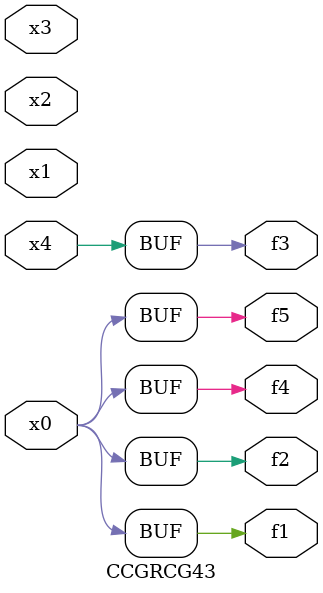
<source format=v>
module CCGRCG43(
	input x0, x1, x2, x3, x4,
	output f1, f2, f3, f4, f5
);
	assign f1 = x0;
	assign f2 = x0;
	assign f3 = x4;
	assign f4 = x0;
	assign f5 = x0;
endmodule

</source>
